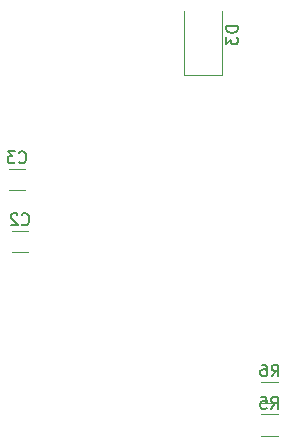
<source format=gbr>
%TF.GenerationSoftware,KiCad,Pcbnew,(5.1.10)-1*%
%TF.CreationDate,2023-06-16T20:51:16+02:00*%
%TF.ProjectId,Disney_door_opener,4469736e-6579-45f6-946f-6f725f6f7065,rev?*%
%TF.SameCoordinates,Original*%
%TF.FileFunction,Legend,Bot*%
%TF.FilePolarity,Positive*%
%FSLAX46Y46*%
G04 Gerber Fmt 4.6, Leading zero omitted, Abs format (unit mm)*
G04 Created by KiCad (PCBNEW (5.1.10)-1) date 2023-06-16 20:51:16*
%MOMM*%
%LPD*%
G01*
G04 APERTURE LIST*
%ADD10C,0.120000*%
%ADD11C,0.150000*%
G04 APERTURE END LIST*
D10*
%TO.C,R6*%
X154127064Y-53680000D02*
X152672936Y-53680000D01*
X154127064Y-51860000D02*
X152672936Y-51860000D01*
%TO.C,R5*%
X154097064Y-56420000D02*
X152642936Y-56420000D01*
X154097064Y-54600000D02*
X152642936Y-54600000D01*
%TO.C,C2*%
X132961252Y-40910000D02*
X131538748Y-40910000D01*
X132961252Y-39090000D02*
X131538748Y-39090000D01*
%TO.C,C3*%
X132711252Y-33840000D02*
X131288748Y-33840000D01*
X132711252Y-35660000D02*
X131288748Y-35660000D01*
%TO.C,D3*%
X149400000Y-25900000D02*
X146100000Y-25900000D01*
X146100000Y-25900000D02*
X146100000Y-20500000D01*
X149400000Y-25900000D02*
X149400000Y-20500000D01*
%TO.C,R6*%
D11*
X153566666Y-51402380D02*
X153900000Y-50926190D01*
X154138095Y-51402380D02*
X154138095Y-50402380D01*
X153757142Y-50402380D01*
X153661904Y-50450000D01*
X153614285Y-50497619D01*
X153566666Y-50592857D01*
X153566666Y-50735714D01*
X153614285Y-50830952D01*
X153661904Y-50878571D01*
X153757142Y-50926190D01*
X154138095Y-50926190D01*
X152709523Y-50402380D02*
X152900000Y-50402380D01*
X152995238Y-50450000D01*
X153042857Y-50497619D01*
X153138095Y-50640476D01*
X153185714Y-50830952D01*
X153185714Y-51211904D01*
X153138095Y-51307142D01*
X153090476Y-51354761D01*
X152995238Y-51402380D01*
X152804761Y-51402380D01*
X152709523Y-51354761D01*
X152661904Y-51307142D01*
X152614285Y-51211904D01*
X152614285Y-50973809D01*
X152661904Y-50878571D01*
X152709523Y-50830952D01*
X152804761Y-50783333D01*
X152995238Y-50783333D01*
X153090476Y-50830952D01*
X153138095Y-50878571D01*
X153185714Y-50973809D01*
%TO.C,R5*%
X153536666Y-54142380D02*
X153870000Y-53666190D01*
X154108095Y-54142380D02*
X154108095Y-53142380D01*
X153727142Y-53142380D01*
X153631904Y-53190000D01*
X153584285Y-53237619D01*
X153536666Y-53332857D01*
X153536666Y-53475714D01*
X153584285Y-53570952D01*
X153631904Y-53618571D01*
X153727142Y-53666190D01*
X154108095Y-53666190D01*
X152631904Y-53142380D02*
X153108095Y-53142380D01*
X153155714Y-53618571D01*
X153108095Y-53570952D01*
X153012857Y-53523333D01*
X152774761Y-53523333D01*
X152679523Y-53570952D01*
X152631904Y-53618571D01*
X152584285Y-53713809D01*
X152584285Y-53951904D01*
X152631904Y-54047142D01*
X152679523Y-54094761D01*
X152774761Y-54142380D01*
X153012857Y-54142380D01*
X153108095Y-54094761D01*
X153155714Y-54047142D01*
%TO.C,C2*%
X132416666Y-38507142D02*
X132464285Y-38554761D01*
X132607142Y-38602380D01*
X132702380Y-38602380D01*
X132845238Y-38554761D01*
X132940476Y-38459523D01*
X132988095Y-38364285D01*
X133035714Y-38173809D01*
X133035714Y-38030952D01*
X132988095Y-37840476D01*
X132940476Y-37745238D01*
X132845238Y-37650000D01*
X132702380Y-37602380D01*
X132607142Y-37602380D01*
X132464285Y-37650000D01*
X132416666Y-37697619D01*
X132035714Y-37697619D02*
X131988095Y-37650000D01*
X131892857Y-37602380D01*
X131654761Y-37602380D01*
X131559523Y-37650000D01*
X131511904Y-37697619D01*
X131464285Y-37792857D01*
X131464285Y-37888095D01*
X131511904Y-38030952D01*
X132083333Y-38602380D01*
X131464285Y-38602380D01*
%TO.C,C3*%
X132166666Y-33257142D02*
X132214285Y-33304761D01*
X132357142Y-33352380D01*
X132452380Y-33352380D01*
X132595238Y-33304761D01*
X132690476Y-33209523D01*
X132738095Y-33114285D01*
X132785714Y-32923809D01*
X132785714Y-32780952D01*
X132738095Y-32590476D01*
X132690476Y-32495238D01*
X132595238Y-32400000D01*
X132452380Y-32352380D01*
X132357142Y-32352380D01*
X132214285Y-32400000D01*
X132166666Y-32447619D01*
X131833333Y-32352380D02*
X131214285Y-32352380D01*
X131547619Y-32733333D01*
X131404761Y-32733333D01*
X131309523Y-32780952D01*
X131261904Y-32828571D01*
X131214285Y-32923809D01*
X131214285Y-33161904D01*
X131261904Y-33257142D01*
X131309523Y-33304761D01*
X131404761Y-33352380D01*
X131690476Y-33352380D01*
X131785714Y-33304761D01*
X131833333Y-33257142D01*
%TO.C,D3*%
X150702380Y-21761904D02*
X149702380Y-21761904D01*
X149702380Y-22000000D01*
X149750000Y-22142857D01*
X149845238Y-22238095D01*
X149940476Y-22285714D01*
X150130952Y-22333333D01*
X150273809Y-22333333D01*
X150464285Y-22285714D01*
X150559523Y-22238095D01*
X150654761Y-22142857D01*
X150702380Y-22000000D01*
X150702380Y-21761904D01*
X149702380Y-22666666D02*
X149702380Y-23285714D01*
X150083333Y-22952380D01*
X150083333Y-23095238D01*
X150130952Y-23190476D01*
X150178571Y-23238095D01*
X150273809Y-23285714D01*
X150511904Y-23285714D01*
X150607142Y-23238095D01*
X150654761Y-23190476D01*
X150702380Y-23095238D01*
X150702380Y-22809523D01*
X150654761Y-22714285D01*
X150607142Y-22666666D01*
%TD*%
M02*

</source>
